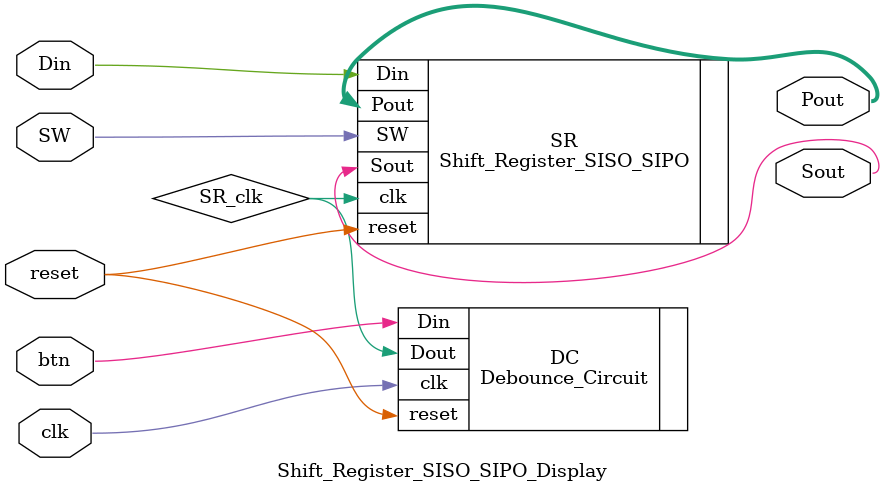
<source format=v>
module Shift_Register_SISO_SIPO_Display(btn, clk, reset, SW, Din, Sout, Pout);
input btn, clk, reset, SW, Din;
output Sout;
output[7:0] Pout;
wire SR_clk;

Debounce_Circuit DC(.clk(clk), .reset(reset), .Din(btn), .Dout(SR_clk));
Shift_Register_SISO_SIPO SR(.clk(SR_clk), .reset(reset), .SW(SW), .Din(Din), .Sout(Sout), .Pout(Pout));

endmodule
</source>
